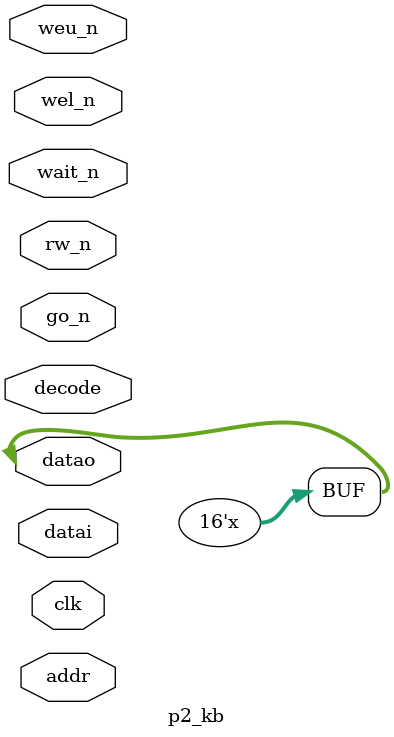
<source format=v>
module p2_kb(input clk,
	      input [22:0] addr,
	      input 	   decode,
	      input 	   wel_n,
	      input 	   weu_n,
	      input 	   rw_n,
	      input 	   go_n, 
	      inout 	   wait_n,
	      input [15:0] datai,
	      inout [15:0] datao);

   assign datao = 16'bz;
   
endmodule

</source>
